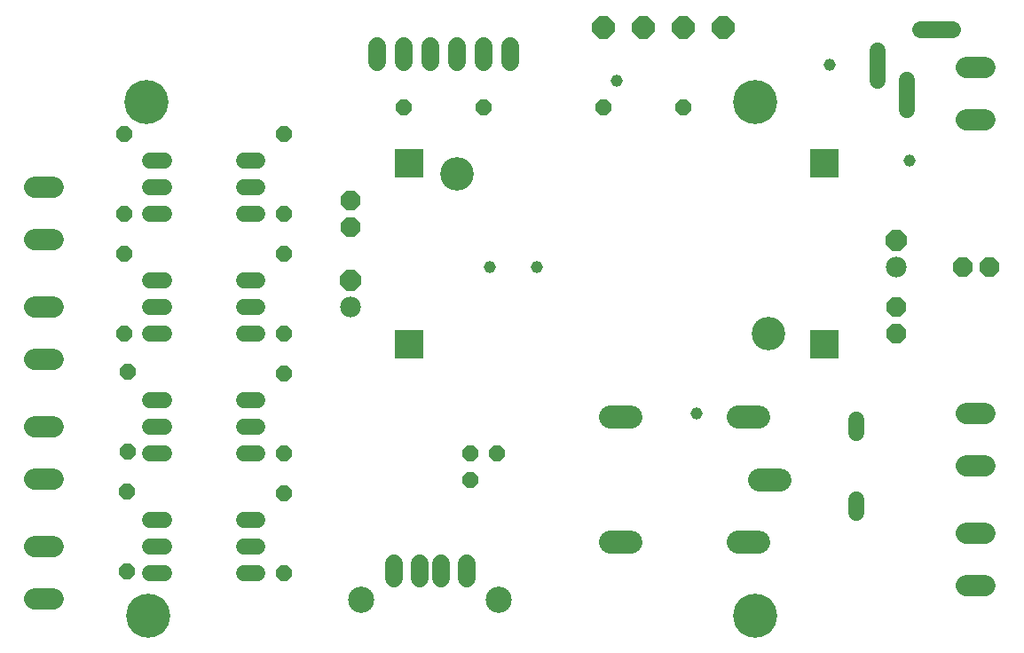
<source format=gbr>
G04 EAGLE Gerber X2 export*
%TF.Part,Single*%
%TF.FileFunction,Soldermask,Top,1*%
%TF.FilePolarity,Negative*%
%TF.GenerationSoftware,Autodesk,EAGLE,8.7.0*%
%TF.CreationDate,2018-11-07T17:36:19Z*%
G75*
%MOMM*%
%FSLAX34Y34*%
%LPD*%
%AMOC8*
5,1,8,0,0,1.08239X$1,22.5*%
G01*
%ADD10C,4.203191*%
%ADD11P,2.309387X8X202.500000*%
%ADD12C,1.993900*%
%ADD13P,2.144431X8X112.500000*%
%ADD14C,1.981200*%
%ADD15P,1.951982X8X292.500000*%
%ADD16P,1.951982X8X112.500000*%
%ADD17C,1.524000*%
%ADD18C,2.184400*%
%ADD19P,2.034460X8X202.500000*%
%ADD20P,1.649562X8X112.500000*%
%ADD21P,1.649562X8X292.500000*%
%ADD22P,1.649562X8X22.500000*%
%ADD23P,1.649562X8X202.500000*%
%ADD24C,1.727200*%
%ADD25R,2.703200X2.703200*%
%ADD26C,3.203200*%
%ADD27C,1.661200*%
%ADD28C,2.503200*%
%ADD29C,1.603200*%
%ADD30C,1.511200*%
%ADD31C,1.159600*%


D10*
X149860Y35560D03*
X148590Y525780D03*
X728980Y525780D03*
X728980Y35560D03*
D11*
X584200Y596900D03*
X660400Y596900D03*
X622300Y596900D03*
D12*
X59754Y444100D02*
X41847Y444100D01*
X41847Y394100D02*
X59754Y394100D01*
X59754Y215500D02*
X41847Y215500D01*
X41847Y165500D02*
X59754Y165500D01*
D13*
X342900Y355600D03*
D14*
X342900Y330200D03*
D15*
X342900Y431800D03*
X342900Y406400D03*
D13*
X863600Y393700D03*
D14*
X863600Y368300D03*
D16*
X863600Y304800D03*
X863600Y330200D03*
D17*
X825500Y146304D02*
X825500Y133096D01*
X825500Y209296D02*
X825500Y222504D01*
D11*
X698500Y596900D03*
D18*
X733044Y165100D02*
X752856Y165100D01*
X732536Y224790D02*
X712724Y224790D01*
X712724Y105410D02*
X732536Y105410D01*
X610616Y105410D02*
X590804Y105410D01*
X590804Y224790D02*
X610616Y224790D01*
D12*
X930847Y63900D02*
X948754Y63900D01*
X948754Y113900D02*
X930847Y113900D01*
D19*
X952500Y368300D03*
X927100Y368300D03*
D12*
X930847Y178200D02*
X948754Y178200D01*
X948754Y228200D02*
X930847Y228200D01*
D17*
X165100Y127000D02*
X151892Y127000D01*
X151892Y101600D02*
X165100Y101600D01*
X241300Y101600D02*
X254508Y101600D01*
X254508Y127000D02*
X241300Y127000D01*
X165100Y76200D02*
X151892Y76200D01*
X241300Y76200D02*
X254508Y76200D01*
X165100Y241300D02*
X151892Y241300D01*
X151892Y215900D02*
X165100Y215900D01*
X241300Y215900D02*
X254508Y215900D01*
X254508Y241300D02*
X241300Y241300D01*
X165100Y190500D02*
X151892Y190500D01*
X241300Y190500D02*
X254508Y190500D01*
X165100Y355600D02*
X151892Y355600D01*
X151892Y330200D02*
X165100Y330200D01*
X241300Y330200D02*
X254508Y330200D01*
X254508Y355600D02*
X241300Y355600D01*
X165100Y304800D02*
X151892Y304800D01*
X241300Y304800D02*
X254508Y304800D01*
X165100Y469900D02*
X151892Y469900D01*
X151892Y444500D02*
X165100Y444500D01*
X241300Y444500D02*
X254508Y444500D01*
X254508Y469900D02*
X241300Y469900D01*
X165100Y419100D02*
X151892Y419100D01*
X241300Y419100D02*
X254508Y419100D01*
D12*
X930847Y508400D02*
X948754Y508400D01*
X948754Y558400D02*
X930847Y558400D01*
D20*
X129540Y77470D03*
X129540Y153670D03*
X127000Y419100D03*
X127000Y495300D03*
D21*
X279400Y495300D03*
X279400Y419100D03*
D22*
X393700Y520700D03*
X469900Y520700D03*
D21*
X279400Y152400D03*
X279400Y76200D03*
D20*
X130810Y191770D03*
X130810Y267970D03*
D21*
X279400Y266700D03*
X279400Y190500D03*
D20*
X127000Y304800D03*
X127000Y381000D03*
D21*
X279400Y381000D03*
X279400Y304800D03*
D23*
X660400Y520700D03*
X584200Y520700D03*
D12*
X59754Y329800D02*
X41847Y329800D01*
X41847Y279800D02*
X59754Y279800D01*
X59754Y101200D02*
X41847Y101200D01*
X41847Y51200D02*
X59754Y51200D01*
D24*
X495300Y563880D02*
X495300Y579120D01*
X469900Y579120D02*
X469900Y563880D01*
X444500Y563880D02*
X444500Y579120D01*
X419100Y579120D02*
X419100Y563880D01*
X393700Y563880D02*
X393700Y579120D01*
X368300Y579120D02*
X368300Y563880D01*
D23*
X482600Y190500D03*
X457200Y190500D03*
X457200Y165100D03*
D25*
X795020Y294640D03*
X795020Y467360D03*
X398780Y467360D03*
X398780Y294640D03*
D26*
X741680Y304800D03*
X444500Y457200D03*
D27*
X409100Y85190D02*
X409100Y70610D01*
X429100Y70610D02*
X429100Y85190D01*
X384100Y85190D02*
X384100Y70610D01*
X454100Y70610D02*
X454100Y85190D01*
D28*
X353400Y50800D03*
X484800Y50800D03*
D29*
X902700Y595100D02*
X916700Y595100D01*
D30*
X845700Y574640D02*
X845700Y561560D01*
X873700Y546640D02*
X873700Y533560D01*
D29*
X886700Y595100D02*
X900700Y595100D01*
D30*
X845700Y558640D02*
X845700Y545560D01*
X873700Y530640D02*
X873700Y517560D01*
D31*
X596900Y546100D03*
X876300Y469900D03*
X673100Y228600D03*
X800100Y561020D03*
X520700Y368300D03*
X476250Y368300D03*
M02*

</source>
